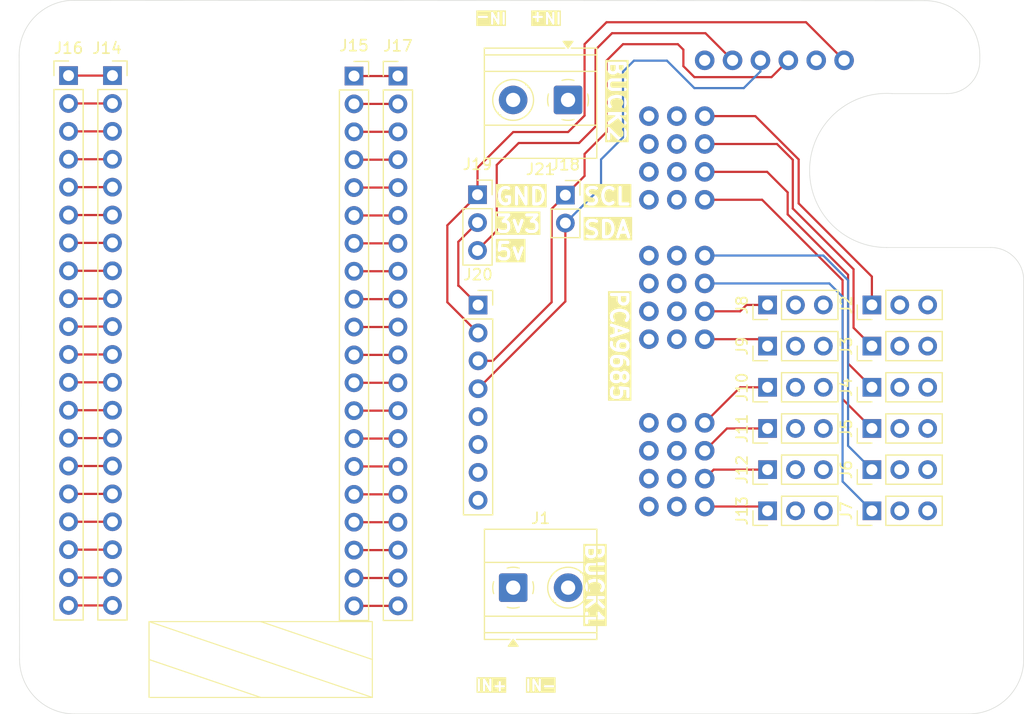
<source format=kicad_pcb>
(kicad_pcb (version 20241229) (generator "pcbnew") (generator_version "9.0")
  (layers (0 "F.Cu" signal) (4 "In1.Cu" signal) (6 "In2.Cu" signal) (2 "B.Cu" signal) (13 "F.Paste" user) (15 "B.Paste" user) (5 "F.SilkS" user "F.Silkscreen") (7 "B.SilkS" user "B.Silkscreen") (1 "F.Mask" user) (3 "B.Mask" user) (25 "Edge.Cuts" user))
  (net 0 "")
  (net 1 "/S1-GND")
  (net 2 "/S1-PWR")
  (net 3 "/PWM-0")
  (net 4 "/PWM-1")
  (net 5 "/PWM-2")
  (net 6 "/PWM-3")
  (net 7 "/PWM-4")
  (net 8 "/PWM-5")
  (net 9 "/PWM-6")
  (net 10 "/S2-PWR")
  (net 11 "/S2-GND")
  (net 12 "/PWM-7")
  (net 13 "/PWM-8")
  (net 14 "/PWM-9")
  (net 15 "/PWM-10")
  (net 16 "/PWM-11")
  (net 17 "/ESP-32Pin")
  (net 18 "/Global SDA")
  (net 19 "/Global SCL")
  (net 20 "/ESP32-5v")
  (net 21 "/ESP32-GND")
  (net 22 "/ESP32-3v3")
  (footprint "Connector_PinHeader_2.54mm:PinHeader_1x03_P2.54mm_Vertical" (layer "F.Cu") (at 146.17 88 90)
    (property "Reference" "J9" (at 0 -2.33 90) (layer "F.SilkS"))
    (property "Value" "Conn_01x03_MountingPin")
    (pad "1" thru_hole rect (at 0 0 90) (size 1.7 1.7) (drill 1) (layers "*.Cu" "*.Mask") (net 12 "/PWM-7"))
    (pad "2" thru_hole oval (at 0 2.54 90) (size 1.7 1.7) (drill 1) (layers "*.Cu" "*.Mask") (net 10 "/S2-PWR"))
    (pad "3" thru_hole oval (at 0 5.08 90) (size 1.7 1.7) (drill 1) (layers "*.Cu" "*.Mask") (net 11 "/S2-GND"))
  )
  (footprint "Connector_PinSocket_2.54mm:PinSocket_1x20_P2.54mm_Vertical" (layer "F.Cu") (at 86.5 63.36)
    (property "Reference" "J14" (at -0.5 -2.5 0) (layer "F.SilkS"))
    (property "Value" "Conn_01x20_Socket")
    (pad "1" thru_hole rect (at 0 0) (size 1.7 1.7) (drill 1) (layers "*.Cu" "*.Mask") (net 17 "/ESP-32Pin"))
    (pad "2" thru_hole oval (at 0 2.54) (size 1.7 1.7) (drill 1) (layers "*.Cu" "*.Mask") (net 17 "/ESP-32Pin"))
    (pad "3" thru_hole oval (at 0 5.08) (size 1.7 1.7) (drill 1) (layers "*.Cu" "*.Mask") (net 17 "/ESP-32Pin"))
    (pad "4" thru_hole oval (at 0 7.62) (size 1.7 1.7) (drill 1) (layers "*.Cu" "*.Mask") (net 17 "/ESP-32Pin"))
    (pad "5" thru_hole oval (at 0 10.16) (size 1.7 1.7) (drill 1) (layers "*.Cu" "*.Mask") (net 17 "/ESP-32Pin"))
    (pad "6" thru_hole oval (at 0 12.7) (size 1.7 1.7) (drill 1) (layers "*.Cu" "*.Mask") (net 17 "/ESP-32Pin"))
    (pad "7" thru_hole oval (at 0 15.24) (size 1.7 1.7) (drill 1) (layers "*.Cu" "*.Mask") (net 17 "/ESP-32Pin"))
    (pad "8" thru_hole oval (at 0 17.78) (size 1.7 1.7) (drill 1) (layers "*.Cu" "*.Mask") (net 17 "/ESP-32Pin"))
    (pad "9" thru_hole oval (at 0 20.32) (size 1.7 1.7) (drill 1) (layers "*.Cu" "*.Mask") (net 17 "/ESP-32Pin"))
    (pad "10" thru_hole oval (at 0 22.86) (size 1.7 1.7) (drill 1) (layers "*.Cu" "*.Mask") (net 17 "/ESP-32Pin"))
    (pad "11" thru_hole oval (at 0 25.4) (size 1.7 1.7) (drill 1) (layers "*.Cu" "*.Mask") (net 17 "/ESP-32Pin"))
    (pad "12" thru_hole oval (at 0 27.94) (size 1.7 1.7) (drill 1) (layers "*.Cu" "*.Mask") (net 17 "/ESP-32Pin"))
    (pad "13" thru_hole oval (at 0 30.48) (size 1.7 1.7) (drill 1) (layers "*.Cu" "*.Mask") (net 17 "/ESP-32Pin"))
    (pad "14" thru_hole oval (at 0 33.02) (size 1.7 1.7) (drill 1) (layers "*.Cu" "*.Mask") (net 17 "/ESP-32Pin"))
    (pad "15" thru_hole oval (at 0 35.56) (size 1.7 1.7) (drill 1) (layers "*.Cu" "*.Mask") (net 17 "/ESP-32Pin"))
    (pad "16" thru_hole oval (at 0 38.1) (size 1.7 1.7) (drill 1) (layers "*.Cu" "*.Mask") (net 17 "/ESP-32Pin"))
    (pad "17" thru_hole oval (at 0 40.64) (size 1.7 1.7) (drill 1) (layers "*.Cu" "*.Mask") (net 17 "/ESP-32Pin"))
    (pad "18" thru_hole oval (at 0 43.18) (size 1.7 1.7) (drill 1) (layers "*.Cu" "*.Mask") (net 17 "/ESP-32Pin"))
    (pad "19" thru_hole oval (at 0 45.72) (size 1.7 1.7) (drill 1) (layers "*.Cu" "*.Mask") (net 17 "/ESP-32Pin"))
    (pad "20" thru_hole oval (at 0 48.26) (size 1.7 1.7) (drill 1) (layers "*.Cu" "*.Mask") (net 17 "/ESP-32Pin"))
  )
  (footprint "Connector_PinHeader_2.54mm:PinHeader_1x03_P2.54mm_Vertical" (layer "F.Cu") (at 155.67 99.25 90)
    (property "Reference" "J6" (at 0 -2.33 90) (layer "F.SilkS"))
    (property "Value" "Conn_01x03_MountingPin")
    (pad "1" thru_hole rect (at 0 0 90) (size 1.7 1.7) (drill 1) (layers "*.Cu" "*.Mask") (net 7 "/PWM-4"))
    (pad "2" thru_hole oval (at 0 2.54 90) (size 1.7 1.7) (drill 1) (layers "*.Cu" "*.Mask") (net 2 "/S1-PWR"))
    (pad "3" thru_hole oval (at 0 5.08 90) (size 1.7 1.7) (drill 1) (layers "*.Cu" "*.Mask") (net 1 "/S1-GND"))
  )
  (footprint "Connector_PinSocket_2.54mm:PinSocket_1x02_P2.54mm_Vertical" (layer "F.Cu") (at 127.75 74.25)
    (property "Reference" "J18" (at 0 -2.77 0) (layer "F.SilkS"))
    (property "Value" "Conn_01x02_Pin")
    (pad "1" thru_hole rect (at 0 0) (size 1.7 1.7) (drill 1) (layers "*.Cu" "*.Mask") (net 19 "/Global SCL"))
    (pad "2" thru_hole oval (at 0 2.54) (size 1.7 1.7) (drill 1) (layers "*.Cu" "*.Mask") (net 18 "/Global SDA"))
  )
  (footprint "TerminalBlock_Phoenix:TerminalBlock_Phoenix_MKDS-1,5-2_1x02_P5.00mm_Horizontal" (layer "F.Cu") (at 127.993453 65.5775 180)
    (property "Reference" "J21" (at 2.5 -6.32 0) (layer "F.SilkS"))
    (property "Value" "Screw_Terminal_01x02")
    (pad "1" thru_hole roundrect (at 0 0 180) (size 2.6 2.6) (drill 1.3) (layers "*.Cu" "*.Mask") (roundrect_rratio 0.096154) (net 10 "/S2-PWR"))
    (pad "2" thru_hole circle (at 5 0 180) (size 2.6 2.6) (drill 1.3) (layers "*.Cu" "*.Mask") (net 11 "/S2-GND"))
  )
  (footprint "Connector_PinHeader_2.54mm:PinHeader_1x03_P2.54mm_Vertical" (layer "F.Cu") (at 155.67 91.75 90)
    (property "Reference" "J4" (at 0 -2.33 90) (layer "F.SilkS"))
    (property "Value" "Conn_01x03_MountingPin")
    (pad "1" thru_hole rect (at 0 0 90) (size 1.7 1.7) (drill 1) (layers "*.Cu" "*.Mask") (net 5 "/PWM-2"))
    (pad "2" thru_hole oval (at 0 2.54 90) (size 1.7 1.7) (drill 1) (layers "*.Cu" "*.Mask") (net 2 "/S1-PWR"))
    (pad "3" thru_hole oval (at 0 5.08 90) (size 1.7 1.7) (drill 1) (layers "*.Cu" "*.Mask") (net 1 "/S1-GND"))
  )
  (footprint "Connector_PinHeader_2.54mm:PinHeader_1x20_P2.54mm_Vertical" (layer "F.Cu") (at 112.5 63.4)
    (property "Reference" "J17" (at 0 -2.75 0) (layer "F.SilkS"))
    (property "Value" "Conn_01x20_Pin")
    (pad "1" thru_hole rect (at 0 0) (size 1.7 1.7) (drill 1) (layers "*.Cu" "*.Mask") (net 17 "/ESP-32Pin"))
    (pad "2" thru_hole oval (at 0 2.54) (size 1.7 1.7) (drill 1) (layers "*.Cu" "*.Mask") (net 17 "/ESP-32Pin"))
    (pad "3" thru_hole oval (at 0 5.08) (size 1.7 1.7) (drill 1) (layers "*.Cu" "*.Mask") (net 17 "/ESP-32Pin"))
    (pad "4" thru_hole oval (at 0 7.62) (size 1.7 1.7) (drill 1) (layers "*.Cu" "*.Mask") (net 17 "/ESP-32Pin"))
    (pad "5" thru_hole oval (at 0 10.16) (size 1.7 1.7) (drill 1) (layers "*.Cu" "*.Mask") (net 17 "/ESP-32Pin"))
    (pad "6" thru_hole oval (at 0 12.7) (size 1.7 1.7) (drill 1) (layers "*.Cu" "*.Mask") (net 17 "/ESP-32Pin"))
    (pad "7" thru_hole oval (at 0 15.24) (size 1.7 1.7) (drill 1) (layers "*.Cu" "*.Mask") (net 17 "/ESP-32Pin"))
    (pad "8" thru_hole oval (at 0 17.78) (size 1.7 1.7) (drill 1) (layers "*.Cu" "*.Mask") (net 17 "/ESP-32Pin"))
    (pad "9" thru_hole oval (at 0 20.32) (size 1.7 1.7) (drill 1) (layers "*.Cu" "*.Mask") (net 17 "/ESP-32Pin"))
    (pad "10" thru_hole oval (at 0 22.86) (size 1.7 1.7) (drill 1) (layers "*.Cu" "*.Mask") (net 17 "/ESP-32Pin"))
    (pad "11" thru_hole oval (at 0 25.4) (size 1.7 1.7) (drill 1) (layers "*.Cu" "*.Mask") (net 17 "/ESP-32Pin"))
    (pad "12" thru_hole oval (at 0 27.94) (size 1.7 1.7) (drill 1) (layers "*.Cu" "*.Mask") (net 17 "/ESP-32Pin"))
    (pad "13" thru_hole oval (at 0 30.48) (size 1.7 1.7) (drill 1) (layers "*.Cu" "*.Mask") (net 17 "/ESP-32Pin"))
    (pad "14" thru_hole oval (at 0 33.02) (size 1.7 1.7) (drill 1) (layers "*.Cu" "*.Mask") (net 17 "/ESP-32Pin"))
    (pad "15" thru_hole oval (at 0 35.56) (size 1.7 1.7) (drill 1) (layers "*.Cu" "*.Mask") (net 17 "/ESP-32Pin"))
    (pad "16" thru_hole oval (at 0 38.1) (size 1.7 1.7) (drill 1) (layers "*.Cu" "*.Mask") (net 17 "/ESP-32Pin"))
    (pad "17" thru_hole oval (at 0 40.64) (size 1.7 1.7) (drill 1) (layers "*.Cu" "*.Mask") (net 17 "/ESP-32Pin"))
    (pad "18" thru_hole oval (at 0 43.18) (size 1.7 1.7) (drill 1) (layers "*.Cu" "*.Mask") (net 17 "/ESP-32Pin"))
    (pad "19" thru_hole oval (at 0 45.72) (size 1.7 1.7) (drill 1) (layers "*.Cu" "*.Mask") (net 17 "/ESP-32Pin"))
    (pad "20" thru_hole oval (at 0 48.26) (size 1.7 1.7) (drill 1) (layers "*.Cu" "*.Mask") (net 17 "/ESP-32Pin"))
  )
  (footprint "Connector_PinHeader_2.54mm:PinHeader_1x03_P2.54mm_Vertical" (layer "F.Cu") (at 146.17 103 90)
    (property "Reference" "J13" (at 0 -2.33 90) (layer "F.SilkS"))
    (property "Value" "Conn_01x03_MountingPin")
    (pad "1" thru_hole rect (at 0 0 90) (size 1.7 1.7) (drill 1) (layers "*.Cu" "*.Mask") (net 16 "/PWM-11"))
    (pad "2" thru_hole oval (at 0 2.54 90) (size 1.7 1.7) (drill 1) (layers "*.Cu" "*.Mask") (net 10 "/S2-PWR"))
    (pad "3" thru_hole oval (at 0 5.08 90) (size 1.7 1.7) (drill 1) (layers "*.Cu" "*.Mask") (net 11 "/S2-GND"))
  )
  (footprint "Connector_PinHeader_2.54mm:PinHeader_1x03_P2.54mm_Vertical" (layer "F.Cu") (at 155.67 88 90)
    (property "Reference" "J3" (at 0 -2.33 90) (layer "F.SilkS"))
    (property "Value" "Conn_01x03_MountingPin")
    (pad "1" thru_hole rect (at 0 0 90) (size 1.7 1.7) (drill 1) (layers "*.Cu" "*.Mask") (net 4 "/PWM-1"))
    (pad "2" thru_hole oval (at 0 2.54 90) (size 1.7 1.7) (drill 1) (layers "*.Cu" "*.Mask") (net 2 "/S1-PWR"))
    (pad "3" thru_hole oval (at 0 5.08 90) (size 1.7 1.7) (drill 1) (layers "*.Cu" "*.Mask") (net 1 "/S1-GND"))
  )
  (footprint "Connector_PinSocket_2.54mm:PinSocket_1x20_P2.54mm_Vertical" (layer "F.Cu") (at 108.5 63.4)
    (property "Reference" "J15" (at 0 -2.77 0) (layer "F.SilkS"))
    (property "Value" "Conn_01x20_Socket")
    (pad "1" thru_hole rect (at 0 0) (size 1.7 1.7) (drill 1) (layers "*.Cu" "*.Mask") (net 17 "/ESP-32Pin"))
    (pad "2" thru_hole oval (at 0 2.54) (size 1.7 1.7) (drill 1) (layers "*.Cu" "*.Mask") (net 17 "/ESP-32Pin"))
    (pad "3" thru_hole oval (at 0 5.08) (size 1.7 1.7) (drill 1) (layers "*.Cu" "*.Mask") (net 17 "/ESP-32Pin"))
    (pad "4" thru_hole oval (at 0 7.62) (size 1.7 1.7) (drill 1) (layers "*.Cu" "*.Mask") (net 17 "/ESP-32Pin"))
    (pad "5" thru_hole oval (at 0 10.16) (size 1.7 1.7) (drill 1) (layers "*.Cu" "*.Mask") (net 17 "/ESP-32Pin"))
    (pad "6" thru_hole oval (at 0 12.7) (size 1.7 1.7) (drill 1) (layers "*.Cu" "*.Mask") (net 17 "/ESP-32Pin"))
    (pad "7" thru_hole oval (at 0 15.24) (size 1.7 1.7) (drill 1) (layers "*.Cu" "*.Mask") (net 17 "/ESP-32Pin"))
    (pad "8" thru_hole oval (at 0 17.78) (size 1.7 1.7) (drill 1) (layers "*.Cu" "*.Mask") (net 17 "/ESP-32Pin"))
    (pad "9" thru_hole oval (at 0 20.32) (size 1.7 1.7) (drill 1) (layers "*.Cu" "*.Mask") (net 17 "/ESP-32Pin"))
    (pad "10" thru_hole oval (at 0 22.86) (size 1.7 1.7) (drill 1) (layers "*.Cu" "*.Mask") (net 17 "/ESP-32Pin"))
    (pad "11" thru_hole oval (at 0 25.4) (size 1.7 1.7) (drill 1) (layers "*.Cu" "*.Mask") (net 17 "/ESP-32Pin"))
    (pad "12" thru_hole oval (at 0 27.94) (size 1.7 1.7) (drill 1) (layers "*.Cu" "*.Mask") (net 17 "/ESP-32Pin"))
    (pad "13" thru_hole oval (at 0 30.48) (size 1.7 1.7) (drill 1) (layers "*.Cu" "*.Mask") (net 17 "/ESP-32Pin"))
    (pad "14" thru_hole oval (at 0 33.02) (size 1.7 1.7) (drill 1) (layers "*.Cu" "*.Mask") (net 17 "/ESP-32Pin"))
    (pad "15" thru_hole oval (at 0 35.56) (size 1.7 1.7) (drill 1) (layers "*.Cu" "*.Mask") (net 17 "/ESP-32Pin"))
    (pad "16" thru_hole oval (at 0 38.1) (size 1.7 1.7) (drill 1) (layers "*.Cu" "*.Mask") (net 17 "/ESP-32Pin"))
    (pad "17" thru_hole oval (at 0 40.64) (size 1.7 1.7) (drill 1) (layers "*.Cu" "*.Mask") (net 17 "/ESP-32Pin"))
    (pad "18" thru_hole oval (at 0 43.18) (size 1.7 1.7) (drill 1) (layers "*.Cu" "*.Mask") (net 17 "/ESP-32Pin"))
    (pad "19" thru_hole oval (at 0 45.72) (size 1.7 1.7) (drill 1) (layers "*.Cu" "*.Mask") (net 17 "/ESP-32Pin"))
    (pad "20" thru_hole oval (at 0 48.26) (size 1.7 1.7) (drill 1) (layers "*.Cu" "*.Mask") (net 17 "/ESP-32Pin"))
  )
  (footprint "Connector_PinHeader_2.54mm:PinHeader_1x03_P2.54mm_Vertical" (layer "F.Cu") (at 146.17 95.5 90)
    (property "Reference" "J11" (at 0 -2.33 90) (layer "F.SilkS"))
    (property "Value" "Conn_01x03_MountingPin")
    (pad "1" thru_hole rect (at 0 0 90) (size 1.7 1.7) (drill 1) (layers "*.Cu" "*.Mask") (net 14 "/PWM-9"))
    (pad "2" thru_hole oval (at 0 2.54 90) (size 1.7 1.7) (drill 1) (layers "*.Cu" "*.Mask") (net 10 "/S2-PWR"))
    (pad "3" thru_hole oval (at 0 5.08 90) (size 1.7 1.7) (drill 1) (layers "*.Cu" "*.Mask") (net 11 "/S2-GND"))
  )
  (footprint "TerminalBlock_Phoenix:TerminalBlock_Phoenix_MKDS-1,5-2_1x02_P5.00mm_Horizontal" (layer "F.Cu") (at 123 110)
    (property "Reference" "J1" (at 2.5 -6.32 0) (layer "F.SilkS"))
    (property "Value" "Screw_Terminal_01x02")
    (pad "1" thru_hole roundrect (at 0 0) (size 2.6 2.6) (drill 1.3) (layers "*.Cu" "*.Mask") (roundrect_rratio 0.096154) (net 2 "/S1-PWR"))
    (pad "2" thru_hole circle (at 5 0) (size 2.6 2.6) (drill 1.3) (layers "*.Cu" "*.Mask") (net 1 "/S1-GND"))
  )
  (footprint "Connector_PinHeader_2.54mm:PinHeader_1x20_P2.54mm_Vertical" (layer "F.Cu") (at 82.5 63.36)
    (property "Reference" "J16" (at 0 -2.5 0) (layer "F.SilkS"))
    (property "Value" "Conn_01x20_Pin")
    (pad "1" thru_hole rect (at 0 0) (size 1.7 1.7) (drill 1) (layers "*.Cu" "*.Mask") (net 17 "/ESP-32Pin"))
    (pad "2" thru_hole oval (at 0 2.54) (size 1.7 1.7) (drill 1) (layers "*.Cu" "*.Mask") (net 17 "/ESP-32Pin"))
    (pad "3" thru_hole oval (at 0 5.08) (size 1.7 1.7) (drill 1) (layers "*.Cu" "*.Mask") (net 17 "/ESP-32Pin"))
    (pad "4" thru_hole oval (at 0 7.62) (size 1.7 1.7) (drill 1) (layers "*.Cu" "*.Mask") (net 17 "/ESP-32Pin"))
    (pad "5" thru_hole oval (at 0 10.16) (size 1.7 1.7) (drill 1) (layers "*.Cu" "*.Mask") (net 17 "/ESP-32Pin"))
    (pad "6" thru_hole oval (at 0 12.7) (size 1.7 1.7) (drill 1) (layers "*.Cu" "*.Mask") (net 17 "/ESP-32Pin"))
    (pad "7" thru_hole oval (at 0 15.24) (size 1.7 1.7) (drill 1) (layers "*.Cu" "*.Mask") (net 17 "/ESP-32Pin"))
    (pad "8" thru_hole oval (at 0 17.78) (size 1.7 1.7) (drill 1) (layers "*.Cu" "*.Mask") (net 17 "/ESP-32Pin"))
    (pad "9" thru_hole oval (at 0 20.32) (size 1.7 1.7) (drill 1) (layers "*.Cu" "*.Mask") (net 17 "/ESP-32Pin"))
    (pad "10" thru_hole oval (at 0 22.86) (size 1.7 1.7) (drill 1) (layers "*.Cu" "*.Mask") (net 17 "/ESP-32Pin"))
    (pad "11" thru_hole oval (at 0 25.4) (size 1.7 1.7) (drill 1) (layers "*.Cu" "*.Mask") (net 17 "/ESP-32Pin"))
    (pad "12" thru_hole oval (at 0 27.94) (size 1.7 1.7) (drill 1) (layers "*.Cu" "*.Mask") (net 17 "/ESP-32Pin"))
    (pad "13" thru_hole oval (at 0 30.48) (size 1.7 1.7) (drill 1) (layers "*.Cu" "*.Mask") (net 17 "/ESP-32Pin"))
    (pad "14" thru_hole oval (at 0 33.02) (size 1.7 1.7) (drill 1) (layers "*.Cu" "*.Mask") (net 17 "/ESP-32Pin"))
    (pad "15" thru_hole oval (at 0 35.56) (size 1.7 1.7) (drill 1) (layers "*.Cu" "*.Mask") (net 17 "/ESP-32Pin"))
    (pad "16" thru_hole oval (at 0 38.1) (size 1.7 1.7) (drill 1) (layers "*.Cu" "*.Mask") (net 17 "/ESP-32Pin"))
    (pad "17" thru_hole oval (at 0 40.64) (size 1.7 1.7) (drill 1) (layers "*.Cu" "*.Mask") (net 17 "/ESP-32Pin"))
    (pad "18" thru_hole oval (at 0 43.18) (size 1.7 1.7) (drill 1) (layers "*.Cu" "*.Mask") (net 17 "/ESP-32Pin"))
    (pad "19" thru_hole oval (at 0 45.72) (size 1.7 1.7) (drill 1) (layers "*.Cu" "*.Mask") (net 17 "/ESP-32Pin"))
    (pad "20" thru_hole oval (at 0 48.26) (size 1.7 1.7) (drill 1) (layers "*.Cu" "*.Mask") (net 17 "/ESP-32Pin"))
  )
  (footprint "Connector_PinHeader_2.54mm:PinHeader_1x03_P2.54mm_Vertical" (layer "F.Cu") (at 146.17 84.25 90)
    (property "Reference" "J8" (at 0 -2.33 90) (layer "F.SilkS"))
    (property "Value" "Conn_01x03_MountingPin")
    (pad "1" thru_hole rect (at 0 0 90) (size 1.7 1.7) (drill 1) (layers "*.Cu" "*.Mask") (net 9 "/PWM-6"))
    (pad "2" thru_hole oval (at 0 2.54 90) (size 1.7 1.7) (drill 1) (layers "*.Cu" "*.Mask") (net 10 "/S2-PWR"))
    (pad "3" thru_hole oval (at 0 5.08 90) (size 1.7 1.7) (drill 1) (layers "*.Cu" "*.Mask") (net 11 "/S2-GND"))
  )
  (footprint "Connector_PinHeader_2.54mm:PinHeader_1x03_P2.54mm_Vertical" (layer "F.Cu") (at 155.67 95.5 90)
    (property "Reference" "J5" (at 0 -2.33 90) (layer "F.SilkS"))
    (property "Value" "Conn_01x03_MountingPin")
    (pad "1" thru_hole rect (at 0 0 90) (size 1.7 1.7) (drill 1) (layers "*.Cu" "*.Mask") (net 6 "/PWM-3"))
    (pad "2" thru_hole oval (at 0 2.54 90) (size 1.7 1.7) (drill 1) (layers "*.Cu" "*.Mask") (net 2 "/S1-PWR"))
    (pad "3" thru_hole oval (at 0 5.08 90) (size 1.7 1.7) (drill 1) (layers "*.Cu" "*.Mask") (net 1 "/S1-GND"))
  )
  (footprint "Connector_PinHeader_2.54mm:PinHeader_1x03_P2.54mm_Vertical" (layer "F.Cu") (at 146.17 91.75 90)
    (property "Reference" "J10" (at 0 -2.33 90) (layer "F.SilkS"))
    (property "Value" "Conn_01x03_MountingPin")
    (pad "1" thru_hole rect (at 0 0 90) (size 1.7 1.7) (drill 1) (layers "*.Cu" "*.Mask") (net 13 "/PWM-8"))
    (pad "2" thru_hole oval (at 0 2.54 90) (size 1.7 1.7) (drill 1) (layers "*.Cu" "*.Mask") (net 10 "/S2-PWR"))
    (pad "3" thru_hole oval (at 0 5.08 90) (size 1.7 1.7) (drill 1) (layers "*.Cu" "*.Mask") (net 11 "/S2-GND"))
  )
  (footprint "Connector_PinSocket_2.54mm:PinSocket_1x08_P2.54mm_Vertical" (layer "F.Cu") (at 119.8 84.26)
    (property "Reference" "J20" (at 0 -2.77 0) (layer "F.SilkS"))
    (property "Value" "Conn_01x08_Pin")
    (pad "1" thru_hole rect (at 0 0) (size 1.7 1.7) (drill 1) (layers "*.Cu" "*.Mask") (net 22 "/ESP32-3v3"))
    (pad "2" thru_hole oval (at 0 2.54) (size 1.7 1.7) (drill 1) (layers "*.Cu" "*.Mask") (net 21 "/ESP32-GND"))
    (pad "3" thru_hole oval (at 0 5.08) (size 1.7 1.7) (drill 1) (layers "*.Cu" "*.Mask") (net 19 "/Global SCL"))
    (pad "4" thru_hole oval (at 0 7.62) (size 1.7 1.7) (drill 1) (layers "*.Cu" "*.Mask") (net 18 "/Global SDA"))
    (pad "5" thru_hole oval (at 0 10.16) (size 1.7 1.7) (drill 1) (layers "*.Cu" "*.Mask"))
    (pad "6" thru_hole oval (at 0 12.7) (size 1.7 1.7) (drill 1) (layers "*.Cu" "*.Mask"))
    (pad "7" thru_hole oval (at 0 15.24) (size 1.7 1.7) (drill 1) (layers "*.Cu" "*.Mask"))
    (pad "8" thru_hole oval (at 0 17.78) (size 1.7 1.7) (drill 1) (layers "*.Cu" "*.Mask"))
  )
  (footprint "Connector_PinHeader_2.54mm:PinHeader_1x03_P2.54mm_Vertical" (layer "F.Cu") (at 146.17 99.25 90)
    (property "Reference" "J12" (at 0 -2.33 90) (layer "F.SilkS"))
    (property "Value" "Conn_01x03_MountingPin")
    (pad "1" thru_hole rect (at 0 0 90) (size 1.7 1.7) (drill 1) (layers "*.Cu" "*.Mask") (net 15 "/PWM-10"))
    (pad "2" thru_hole oval (at 0 2.54 90) (size 1.7 1.7) (drill 1) (layers "*.Cu" "*.Mask") (net 10 "/S2-PWR"))
    (pad "3" thru_hole oval (at 0 5.08 90) (size 1.7 1.7) (drill 1) (layers "*.Cu" "*.Mask") (net 11 "/S2-GND"))
  )
  (footprint "Connector_PinSocket_2.54mm:PinSocket_1x03_P2.54mm_Vertical" (layer "F.Cu") (at 119.75 74.21)
    (property "Reference" "J19" (at 0 -2.77 0) (layer "F.SilkS"))
    (property "Value" "Conn_01x03_Pin")
    (pad "1" thru_hole rect (at 0 0) (size 1.7 1.7) (drill 1) (layers "*.Cu" "*.Mask") (net 21 "/ESP32-GND"))
    (pad "2" thru_hole oval (at 0 2.54) (size 1.7 1.7) (drill 1) (layers "*.Cu" "*.Mask") (net 22 "/ESP32-3v3"))
    (pad "3" thru_hole oval (at 0 5.08) (size 1.7 1.7) (drill 1) (layers "*.Cu" "*.Mask") (net 20 "/ESP32-5v"))
  )
  (footprint "Connector_PinHeader_2.54mm:PinHeader_1x03_P2.54mm_Vertical" (layer "F.Cu") (at 155.67 103 90)
    (property "Reference" "J7" (at 0 -2.33 90) (layer "F.SilkS"))
    (property "Value" "Conn_01x03_MountingPin")
    (pad "1" thru_hole rect (at 0 0 90) (size 1.7 1.7) (drill 1) (layers "*.Cu" "*.Mask") (net 8 "/PWM-5"))
    (pad "2" thru_hole oval (at 0 2.54 90) (size 1.7 1.7) (drill 1) (layers "*.Cu" "*.Mask") (net 2 "/S1-PWR"))
    (pad "3" thru_hole oval (at 0 5.08 90) (size 1.7 1.7) (drill 1) (layers "*.Cu" "*.Mask") (net 1 "/S1-GND"))
  )
  (footprint "spotmicro:MODULE_815" (layer "F.Cu") (at 146.663 91.18 -90)
    (property "Reference" "U2" (hide yes))
    (property "Value" "PCA9685" (hide yes))
    (pad "0" thru_hole circle (at -24.13 6.223 270) (size 1.778 1.778) (drill 1) (layers "*.Cu" "*.Mask") (net 3 "/PWM-0"))
    (pad "1" thru_hole circle (at -21.59 6.223 270) (size 1.778 1.778) (drill 1) (layers "*.Cu" "*.Mask") (net 4 "/PWM-1"))
    (pad "2" thru_hole circle (at -19.05 6.223 270) (size 1.778 1.778) (drill 1) (layers "*.Cu" "*.Mask") (net 5 "/PWM-2"))
    (pad "3" thru_hole circle (at -16.51 6.223 270) (size 1.778 1.778) (drill 1) (layers "*.Cu" "*.Mask") (net 6 "/PWM-3"))
    (pad "4" thru_hole circle (at -11.43 6.223 270) (size 1.778 1.778) (drill 1) (layers "*.Cu" "*.Mask") (net 7 "/PWM-4"))
    (pad "5" thru_hole circle (at -8.89 6.223 270) (size 1.778 1.778) (drill 1) (layers "*.Cu" "*.Mask") (net 8 "/PWM-5"))
    (pad "6" thru_hole circle (at -6.35 6.223 270) (size 1.778 1.778) (drill 1) (layers "*.Cu" "*.Mask") (net 9 "/PWM-6"))
    (pad "7" thru_hole circle (at -3.81 6.223 270) (size 1.778 1.778) (drill 1) (layers "*.Cu" "*.Mask") (net 12 "/PWM-7"))
    (pad "8" thru_hole circle (at 3.81 6.223 270) (size 1.778 1.778) (drill 1) (layers "*.Cu" "*.Mask") (net 13 "/PWM-8"))
    (pad "9" thru_hole circle (at 6.35 6.223 270) (size 1.778 1.778) (drill 1) (layers "*.Cu" "*.Mask") (net 14 "/PWM-9"))
    (pad "10" thru_hole circle (at 8.89 6.223 270) (size 1.778 1.778) (drill 1) (layers "*.Cu" "*.Mask") (net 15 "/PWM-10"))
    (pad "11" thru_hole circle (at 11.43 6.223 270) (size 1.778 1.778) (drill 1) (layers "*.Cu" "*.Mask") (net 16 "/PWM-11"))
    (pad "GND_1" thru_hole circle (at -29.21 -6.477 270) (size 1.778 1.778) (drill 1.016) (layers "*.Cu" "*.Mask") (net 21 "/ESP32-GND"))
    (pad "GND_3" thru_hole circle (at -24.13 11.303 270) (size 1.778 1.778) (drill 1) (layers "*.Cu" "*.Mask"))
    (pad "GND_4" thru_hole circle (at -21.59 11.303 270) (size 1.778 1.778) (drill 1) (layers "*.Cu" "*.Mask"))
    (pad "GND_5" thru_hole circle (at -19.05 11.303 270) (size 1.778 1.778) (drill 1) (layers "*.Cu" "*.Mask"))
    (pad "GND_6" thru_hole circle (at -16.51 11.303 270) (size 1.778 1.778) (drill 1) (layers "*.Cu" "*.Mask"))
    (pad "GND_7" thru_hole circle (at -11.43 11.303 270) (size 1.778 1.778) (drill 1) (layers "*.Cu" "*.Mask"))
    (pad "GND_8" thru_hole circle (at -8.89 11.303 270) (size 1.778 1.778) (drill 1) (layers "*.Cu" "*.Mask"))
    (pad "GND_9" thru_hole circle (at -6.35 11.303 270) (size 1.778 1.778) (drill 1) (layers "*.Cu" "*.Mask"))
    (pad "GND_10" thru_hole circle (at -3.81 11.303 270) (size 1.778 1.778) (drill 1) (layers "*.Cu" "*.Mask"))
    (pad "GND_11" thru_hole circle (at 3.81 11.303 270) (size 1.778 1.778) (drill 1) (layers "*.Cu" "*.Mask"))
    (pad "GND_12" thru_hole circle (at 6.35 11.303 270) (size 1.778 1.778) (drill 1) (layers "*.Cu" "*.Mask"))
    (pad "GND_13" thru_hole circle (at 8.89 11.303 270) (size 1.778 1.778) (drill 1) (layers "*.Cu" "*.Mask"))
    (pad "GND_14" thru_hole circle (at 11.43 11.303 270) (size 1.778 1.778) (drill 1) (layers "*.Cu" "*.Mask"))
    (pad "OE_1" thru_hole circle (at -29.21 -3.937 270) (size 1.778 1.778) (drill 1.016) (layers "*.Cu" "*.Mask"))
    (pad "SCL_1" thru_hole circle (at -29.21 -1.397 270) (size 1.778 1.778) (drill 1.016) (layers "*.Cu" "*.Mask") (net 19 "/Global SCL"))
    (pad "SDA_1" thru_hole circle (at -29.21 1.143 270) (size 1.778 1.778) (drill 1.016) (layers "*.Cu" "*.Mask") (net 18 "/Global SDA"))
    (pad "V+_1" thru_hole circle (at -29.21 6.223 270) (size 1.778 1.778) (drill 1.016) (layers "*.Cu" "*.Mask"))
    (pad "V+_3" thru_hole circle (at -24.13 8.763 270) (size 1.778 1.778) (drill 1) (layers "*.Cu" "*.Mask"))
    (pad "V+_4" thru_hole circle (at -21.59 8.763 270) (size 1.778 1.778) (drill 1) (layers "*.Cu" "*.Mask"))
    (pad "V+_5" thru_hole circle (at -19.05 8.763 270) (size 1.778 1.778) (drill 1) (layers "*.Cu" "*.Mask"))
    (pad "V+_6" thru_hole circle (at -16.51 8.763 270) (size 1.778 1.778) (drill 1) (layers "*.Cu" "*.Mask"))
    (pad "V+_7" thru_hole circle (at -11.43 8.763 270) (size 1.778 1.778) (drill 1) (layers "*.Cu" "*.Mask"))
    (pad "V+_8" thru_hole circle (at -8.89 8.763 270) (size 1.778 1.778) (drill 1) (layers "*.Cu" "*.Mask"))
    (pad "V+_9" thru_hole circle (at -6.35 8.763 270) (size 1.778 1.778) (drill 1) (layers "*.Cu" "*.Mask"))
    (pad "V+_10" thru_hole circle (at -3.81 8.763 270) (size 1.778 1.778) (drill 1) (layers "*.Cu" "*.Mask"))
    (pad "V+_11" thru_hole circle (at 3.81 8.763 270) (size 1.778 1.778) (drill 1) (layers "*.Cu" "*.Mask"))
    (pad "V+_12" thru_hole circle (at 6.35 8.763 270) (size 1.778 1.778) (drill 1) (layers "*.Cu" "*.Mask"))
    (pad "V+_13" thru_hole circle (at 8.89 8.763 270) (size 1.778 1.778) (drill 1) (layers "*.Cu" "*.Mask"))
    (pad "V+_14" thru_hole circle (at 11.43 8.763 270) (size 1.778 1.778) (drill 1) (layers "*.Cu" "*.Mask"))
    (pad "VCC_1" thru_hole circle (at -29.21 3.683 270) (size 1.778 1.778) (drill 1.016) (layers "*.Cu" "*.Mask") (net 20 "/ESP32-5v"))
  )
  (footprint "Connector_PinHeader_2.54mm:PinHeader_1x03_P2.54mm_Vertical" (layer "F.Cu") (at 155.67 84.25 90)
    (property "Reference" "J2" (at 0 -2.33 90) (layer "F.SilkS"))
    (property "Value" "Conn_01x03_MountingPin")
    (pad "1" thru_hole rect (at 0 0 90) (size 1.7 1.7) (drill 1) (layers "*.Cu" "*.Mask") (net 3 "/PWM-0"))
    (pad "2" thru_hole oval (at 0 2.54 90) (size 1.7 1.7) (drill 1) (layers "*.Cu" "*.Mask") (net 2 "/S1-PWR"))
    (pad "3" thru_hole oval (at 0 5.08 90) (size 1.7 1.7) (drill 1) (layers "*.Cu" "*.Mask") (net 1 "/S1-GND"))
  )
  (gr_line (start 89.83 113.09) (end 110.17 120) (stroke (width 0.1)) (layer "F.SilkS"))
  (gr_line (start 100 113.09) (end 110.17 116.545) (stroke (width 0.1)) (layer "F.SilkS"))
  (gr_line (start 89.83 116.545) (end 100 120) (stroke (width 0.1)) (layer "F.SilkS"))
  (gr_rect (start 89.83 113.09) (end 110.17 120) (stroke (width 0.1)) (fill no) (layer "F.SilkS"))
  (gr_arc (start 83.035534 121.5) (mid 79.5 120.035534) (end 78.035534 116.5) (stroke (width 0.05)) (layer "Edge.Cuts"))
  (gr_line (start 157.013374 79.017993) (end 166.5 79.017831) (stroke (width 0.05)) (layer "Edge.Cuts"))
  (gr_line (start 165.499995 61.535534) (end 165.5 62) (stroke (width 0.05)) (layer "Edge.Cuts"))
  (gr_arc (start 157.013374 79.017993) (mid 150 71.75) (end 157.513374 65.000159) (stroke (width 0.05)) (layer "Edge.Cuts"))
  (gr_line (start 83.035534 121.5) (end 164.5 121.5) (stroke (width 0.05)) (layer "Edge.Cuts"))
  (gr_line (start 157.513374 65.000162) (end 162.5 65) (stroke (width 0.05)) (layer "Edge.Cuts"))
  (gr_line (start 169.5 82.017831) (end 169.5 116.5) (stroke (width 0.05)) (layer "Edge.Cuts"))
  (gr_arc (start 165.5 62) (mid 164.62132 64.12132) (end 162.5 65) (stroke (width 0.05)) (layer "Edge.Cuts"))
  (gr_line (start 78 61.5) (end 78.035534 116.5) (stroke (width 0.05)) (layer "Edge.Cuts"))
  (gr_arc (start 78 61.5) (mid 79.464466 57.964466) (end 83 56.5) (stroke (width 0.05)) (layer "Edge.Cuts"))
  (gr_line (start 160.499995 56.535534) (end 83 56.5) (stroke (width 0.05)) (layer "Edge.Cuts"))
  (gr_arc (start 160.499995 56.535534) (mid 164.035529 58) (end 165.499995 61.535534) (stroke (width 0.05)) (layer "Edge.Cuts"))
  (gr_arc (start 166.5 79.017831) (mid 168.62132 79.896511) (end 169.5 82.017831) (stroke (width 0.05)) (layer "Edge.Cuts"))
  (gr_arc (start 169.5 116.5) (mid 168.035534 120.035534) (end 164.5 121.5) (stroke (width 0.05)) (layer "Edge.Cuts"))
  (gr_text "SDA" (at 129.25 78.25 0) (layer "F.SilkS" knockout) (effects (font (size 1.5 1.5) (thickness 0.3) (bold yes)) (justify left bottom)))
  (gr_text "PCA9685" (at 131.75 82.75 270) (layer "F.SilkS" knockout) (effects (font (size 1.5 1.5) (thickness 0.3) (bold yes)) (justify left bottom)))
  (gr_text "IN+" (at 119.5 119.5 0) (layer "F.SilkS" knockout) (effects (font (size 1 1) (thickness 0.2) (bold yes)) (justify left bottom)))
  (gr_text "GND" (at 121.25 75.25 0) (layer "F.SilkS" knockout) (effects (font (size 1.5 1.5) (thickness 0.3) (bold yes)) (justify left bottom)))
  (gr_text "SCL" (at 129.25 75.25 0) (layer "F.SilkS" knockout) (effects (font (size 1.5 1.5) (thickness 0.3) (bold yes)) (justify left bottom)))
  (gr_text "IN-" (at 124 119.5 0) (layer "F.SilkS" knockout) (effects (font (size 1 1) (thickness 0.2) (bold yes)) (justify left bottom)))
  (gr_text "BUCK2" (at 131.493453 61.7 270) (layer "F.SilkS" knockout) (effects (font (size 1.5 1.5) (thickness 0.3) (bold yes)) (justify left bottom)))
  (gr_text "IN+" (at 127.5 57.5 180) (layer "F.SilkS" knockout) (effects (font (size 1 1) (thickness 0.2) (bold yes)) (justify left bottom)))
  (gr_text "5v" (at 121.25 80.25 0) (layer "F.SilkS" knockout) (effects (font (size 1.5 1.5) (thickness 0.3) (bold yes)) (justify left bottom)))
  (gr_text "3v3" (at 121.25 77.75 0) (layer "F.SilkS" knockout) (effects (font (size 1.5 1.5) (thickness 0.3) (bold yes)) (justify left bottom)))
  (gr_text "BUCK1" (at 129.5 105.7775 270) (layer "F.SilkS" knockout) (effects (font (size 1.5 1.5) (thickness 0.3) (bold yes)) (justify left bottom)))
  (gr_text "IN-" (at 122.5 57.5 180) (layer "F.SilkS" knockout) (effects (font (size 1 1) (thickness 0.2) (bold yes)) (justify left bottom)))
  (segment (start 149 71) (end 149 75) (width 0.2) (layer "F.Cu") (net 3))
  (segment (start 145.05 67.05) (end 149 71) (width 0.2) (layer "F.Cu") (net 3))
  (segment (start 149 75) (end 155.67 81.67) (width 0.2) (layer "F.Cu") (net 3))
  (segment (start 140.44 67.05) (end 145.05 67.05) (width 0.2) (layer "F.Cu") (net 3))
  (segment (start 155.67 81.67) (end 155.67 84.25) (width 0.2) (layer "F.Cu") (net 3))
  (segment (start 148.467157 71.032843) (end 148.467157 75.467157) (width 0.2) (layer "F.Cu") (net 4))
  (segment (start 148.467157 75.467157) (end 154 81) (width 0.2) (layer "F.Cu") (net 4))
  (segment (start 154 86.33) (end 155.67 88) (width 0.2) (layer "F.Cu") (net 4))
  (segment (start 147.024314 69.59) (end 148.467157 71.032843) (width 0.2) (layer "F.Cu") (net 4))
  (segment (start 154 81) (end 154 86.33) (width 0.2) (layer "F.Cu") (net 4))
  (segment (start 140.44 69.59) (end 147.024314 69.59) (width 0.2) (layer "F.Cu") (net 4))
  (segment (start 155.67 91.75) (end 153.5 89.58) (width 0.2) (layer "F.Cu") (net 5))
  (segment (start 153.5 89.58) (end 153.5 81.5) (width 0.2) (layer "F.Cu") (net 5))
  (segment (start 148 74) (end 146.13 72.13) (width 0.2) (layer "F.Cu") (net 5))
  (segment (start 146.13 72.13) (end 140.44 72.13) (width 0.2) (layer "F.Cu") (net 5))
  (segment (start 148 76) (end 148 74) (width 0.2) (layer "F.Cu") (net 5))
  (segment (start 153.5 81.5) (end 148 76) (width 0.2) (layer "F.Cu") (net 5))
  (segment (start 153 92.83) (end 155.67 95.5) (width 0.2) (layer "F.Cu") (net 6))
  (segment (start 145.67 74.67) (end 153 82) (width 0.2) (layer "F.Cu") (net 6))
  (segment (start 140.44 74.67) (end 145.67 74.67) (width 0.2) (layer "F.Cu") (net 6))
  (segment (start 153 82) (end 153 92.83) (width 0.2) (layer "F.Cu") (net 6))
  (segment (start 140.44 79.75) (end 151.25 79.75) (width 0.2) (layer "B.Cu") (net 7))
  (segment (start 151.25 79.75) (end 153.5 82) (width 0.2) (layer "B.Cu") (net 7))
  (segment (start 153.5 82) (end 153.5 97.08) (width 0.2) (layer "B.Cu") (net 7))
  (segment (start 153.5 97.08) (end 155.67 99.25) (width 0.2) (layer "B.Cu") (net 7))
  (segment (start 153 83.5) (end 153 100.33) (width 0.2) (layer "B.Cu") (net 8))
  (segment (start 151.79 82.29) (end 153 83.5) (width 0.2) (layer "B.Cu") (net 8))
  (segment (start 153 100.33) (end 155.67 103) (width 0.2) (layer "B.Cu") (net 8))
  (segment (start 140.44 82.29) (end 151.79 82.29) (width 0.2) (layer "B.Cu") (net 8))
  (segment (start 143.67 84.83) (end 144.25 84.25) (width 0.2) (layer "F.Cu") (net 9))
  (segment (start 140.44 84.83) (end 143.67 84.83) (width 0.2) (layer "F.Cu") (net 9))
  (segment (start 144.25 84.25) (end 146.17 84.25) (width 0.2) (layer "F.Cu") (net 9))
  (segment (start 145.54 87.37) (end 146.17 88) (width 0.2) (layer "F.Cu") (net 12))
  (segment (start 140.44 87.37) (end 145.54 87.37) (width 0.2) (layer "F.Cu") (net 12))
  (segment (start 143.68 91.75) (end 146.17 91.75) (width 0.2) (layer "F.Cu") (net 13))
  (segment (start 140.44 94.99) (end 143.68 91.75) (width 0.2) (layer "F.Cu") (net 13))
  (segment (start 142.47 95.5) (end 146.17 95.5) (width 0.2) (layer "F.Cu") (net 14))
  (segment (start 140.44 97.53) (end 142.47 95.5) (width 0.2) (layer "F.Cu") (net 14))
  (segment (start 140.44 100.07) (end 141.26 99.25) (width 0.2) (layer "F.Cu") (net 15))
  (segment (start 141.26 99.25) (end 146.17 99.25) (width 0.2) (layer "F.Cu") (net 15))
  (segment (start 145.78 102.61) (end 146.17 103) (width 0.2) (layer "F.Cu") (net 16))
  (segment (start 140.44 102.61) (end 145.78 102.61) (width 0.2) (layer "F.Cu") (net 16))
  (segment (start 86.5 88.76) (end 82.5 88.76) (width 0.2) (layer "F.Cu") (net 17))
  (segment (start 112.5 68.48) (end 108.5 68.48) (width 0.2) (layer "F.Cu") (net 17))
  (segment (start 86.5 98.92) (end 82.5 98.92) (width 0.2) (layer "F.Cu") (net 17))
  (segment (start 108.5 83.72) (end 112.5 83.72) (width 0.2) (layer "F.Cu") (net 17))
  (segment (start 82.5 73.52) (end 86.5 73.52) (width 0.2) (layer "F.Cu") (net 17))
  (segment (start 112.5 101.5) (end 108.5 101.5) (width 0.2) (layer "F.Cu") (net 17))
  (segment (start 112.5 96.42) (end 108.5 96.42) (width 0.2) (layer "F.Cu") (net 17))
  (segment (start 112.5 76.1) (end 108.5 76.1) (width 0.2) (layer "F.Cu") (net 17))
  (segment (start 86.5 65.9) (end 82.5 65.9) (width 0.2) (layer "F.Cu") (net 17))
  (segment (start 82.5 93.84) (end 86.5 93.84) (width 0.2) (layer "F.Cu") (net 17))
  (segment (start 108.5 98.96) (end 112.5 98.96) (width 0.2) (layer "F.Cu") (net 17))
  (segment (start 82.5 101.46) (end 86.5 101.46) (width 0.2) (layer "F.Cu") (net 17))
  (segment (start 112.5 81.18) (end 108.5 81.18) (width 0.2) (layer "F.Cu") (net 17))
  (segment (start 108.5 71.02) (end 112.5 71.02) (width 0.2) (layer "F.Cu") (net 17))
  (segment (start 112.5 104.04) (end 108.5 104.04) (width 0.2) (layer "F.Cu") (net 17))
  (segment (start 112.5 86.26) (end 108.5 86.26) (width 0.2) (layer "F.Cu") (net 17))
  (segment (start 112.5 106.58) (end 108.5 106.58) (width 0.2) (layer "F.Cu") (net 17))
  (segment (start 108.5 93.88) (end 112.5 93.88) (width 0.2) (layer "F.Cu") (net 17))
  (segment (start 86.5 106.54) (end 82.5 106.54) (width 0.2) (layer "F.Cu") (net 17))
  (segment (start 108.5 88.8) (end 112.5 88.8) (width 0.2) (layer "F.Cu") (net 17))
  (segment (start 112.5 91.34) (end 108.5 91.34) (width 0.2) (layer "F.Cu") (net 17))
  (segment (start 112.5 111.66) (end 108.5 111.66) (width 0.2) (layer "F.Cu") (net 17))
  (segment (start 86.5 111.62) (end 82.5 111.62) (width 0.2) (layer "F.Cu") (net 17))
  (segment (start 86.5 91.3) (end 82.5 91.3) (width 0.2) (layer "F.Cu") (net 17))
  (segment (start 108.5 73.56) (end 112.5 73.56) (width 0.2) (layer "F.Cu") (net 17))
  (segment (start 86.5 76.06) (end 82.5 76.06) (width 0.2) (layer "F.Cu") (net 17))
  (segment (start 108.5 109.12) (end 112.5 109.12) (width 0.2) (layer "F.Cu") (net 17))
  (segment (start 82.5 78.6) (end 86.5 78.6) (width 0.2) (layer "F.Cu") (net 17))
  (segment (start 86.5 104) (end 82.5 104) (width 0.2) (layer "F.Cu") (net 17))
  (segment (start 82.5 63.36) (end 86.5 63.36) (width 0.2) (layer "F.Cu") (net 17))
  (segment (start 86.5 96.38) (end 82.5 96.38) (width 0.2) (layer "F.Cu") (net 17))
  (segment (start 108.5 78.64) (end 112.5 78.64) (width 0.2) (layer "F.Cu") (net 17))
  (segment (start 86.5 70.98) (end 82.5 70.98) (width 0.2) (layer "F.Cu") (net 17))
  (segment (start 82.5 68.44) (end 86.5 68.44) (width 0.2) (layer "F.Cu") (net 17))
  (segment (start 82.5 86.22) (end 86.5 86.22) (width 0.2) (layer "F.Cu") (net 17))
  (segment (start 82.5 109.08) (end 86.5 109.08) (width 0.2) (layer "F.Cu") (net 17))
  (segment (start 86.5 81.14) (end 82.5 81.14) (width 0.2) (layer "F.Cu") (net 17))
  (segment (start 86.5 83.68) (end 82.5 83.68) (width 0.2) (layer "F.Cu") (net 17))
  (segment (start 108.5 65.94) (end 112.5 65.94) (width 0.2) (layer "F.Cu") (net 17))
  (segment (start 108.5 63.4) (end 112.5 63.4) (width 0.2) (layer "F.Cu") (net 17))
  (segment (start 127.75 83.93) (end 119.8 91.88) (width 0.2) (layer "F.Cu") (net 18))
  (segment (start 127.75 76.79) (end 127.75 83.93) (width 0.2) (layer "F.Cu") (net 18))
  (segment (start 133 63) (end 134 62) (width 0.2) (layer "B.Cu") (net 18))
  (segment (start 144 64.5) (end 145.52 62.98) (width 0.2) (layer "B.Cu") (net 18))
  (segment (start 127.75 76.79) (end 131 73.54) (width 0.2) (layer "B.Cu") (net 18))
  (segment (start 137 62) (end 139.5 64.5) (width 0.2) (layer "B.Cu") (net 18))
  (segment (start 145.52 62.98) (end 145.52 61.97) (width 0.2) (layer "B.Cu") (net 18))
  (segment (start 131 71) (end 133 69) (width 0.2) (layer "B.Cu") (net 18))
  (segment (start 139.5 64.5) (end 144 64.5) (width 0.2) (layer "B.Cu") (net 18))
  (segment (start 133 69) (end 133 63) (width 0.2) (layer "B.Cu") (net 18))
  (segment (start 134 62) (end 137 62) (width 0.2) (layer "B.Cu") (net 18))
  (segment (start 131 73.54) (end 131 71) (width 0.2) (layer "B.Cu") (net 18))
  (segment (start 129.5 70.5) (end 131.5 68.5) (width 0.2) (layer "F.Cu") (net 19))
  (segment (start 129.5 72.5) (end 129.5 70.5) (width 0.2) (layer "F.Cu") (net 19))
  (segment (start 146.53 63.5) (end 148.06 61.97) (width 0.2) (layer "F.Cu") (net 19))
  (segment (start 133 60.5) (end 138 60.5) (width 0.2) (layer "F.Cu") (net 19))
  (segment (start 139.5 63.5) (end 146.53 63.5) (width 0.2) (layer "F.Cu") (net 19))
  (segment (start 138.5 61) (end 138.5 62.5) (width 0.2) (layer "F.Cu") (net 19))
  (segment (start 131.5 62) (end 133 60.5) (width 0.2) (layer "F.Cu") (net 19))
  (segment (start 138 60.5) (end 138.5 61) (width 0.2) (layer "F.Cu") (net 19))
  (segment (start 127.75 74.25) (end 126.5 75.5) (width 0.2) (layer "F.Cu") (net 19))
  (segment (start 126.5 84) (end 121.16 89.34) (width 0.2) (layer "F.Cu") (net 19))
  (segment (start 121.16 89.34) (end 119.8 89.34) (width 0.2) (layer "F.Cu") (net 19))
  (segment (start 131.5 68.5) (end 131.5 62) (width 0.2) (layer "F.Cu") (net 19))
  (segment (start 126.5 75.5) (end 126.5 84) (width 0.2) (layer "F.Cu") (net 19))
  (segment (start 127.75 74.25) (end 129.5 72.5) (width 0.2) (layer "F.Cu") (net 19))
  (segment (start 138.5 62.5) (end 139.5 63.5) (width 0.2) (layer "F.Cu") (net 19))
  (segment (start 129 69.5) (end 130.5 68) (width 0.2) (layer "F.Cu") (net 20))
  (segment (start 130.5 68) (end 130.5 61) (width 0.2) (layer "F.Cu") (net 20))
  (segment (start 130.5 61) (end 132 59.5) (width 0.2) (layer "F.Cu") (net 20))
  (segment (start 119.75 79.25) (end 121.5 77.5) (width 0.2) (layer "F.Cu") (net 20))
  (segment (start 121.5 71.5) (end 123.5 69.5) (width 0.2) (layer "F.Cu") (net 20))
  (segment (start 119.75 79.29) (end 119.75 79.25) (width 0.2) (layer "F.Cu") (net 20))
  (segment (start 123.5 69.5) (end 129 69.5) (width 0.2) (layer "F.Cu") (net 20))
  (segment (start 140.51 59.5) (end 142.98 61.97) (width 0.2) (layer "F.Cu") (net 20))
  (segment (start 121.5 77.5) (end 121.5 71.5) (width 0.2) (layer "F.Cu") (net 20))
  (segment (start 132 59.5) (end 140.51 59.5) (width 0.2) (layer "F.Cu") (net 20))
  (segment (start 119.75 71.75) (end 123 68.5) (width 0.2) (layer "F.Cu") (net 21))
  (segment (start 123 68.5) (end 128 68.5) (width 0.2) (layer "F.Cu") (net 21))
  (segment (start 129.5 60.5) (end 131.5 58.5) (width 0.2) (layer "F.Cu") (net 21))
  (segment (start 119.75 74.21) (end 119.75 74.25) (width 0.2) (layer "F.Cu") (net 21))
  (segment (start 119.75 74.21) (end 119.75 71.75) (width 0.2) (layer "F.Cu") (net 21))
  (segment (start 149.67 58.5) (end 153.14 61.97) (width 0.2) (layer "F.Cu") (net 21))
  (segment (start 119.75 74.25) (end 117 77) (width 0.2) (layer "F.Cu") (net 21))
  (segment (start 128 68.5) (end 129.5 67) (width 0.2) (layer "F.Cu") (net 21))
  (segment (start 129.5 67) (end 129.5 60.5) (width 0.2) (layer "F.Cu") (net 21))
  (segment (start 117 77) (end 117 84) (width 0.2) (layer "F.Cu") (net 21))
  (segment (start 117 84) (end 119.8 86.8) (width 0.2) (layer "F.Cu") (net 21))
  (segment (start 131.5 58.5) (end 149.67 58.5) (width 0.2) (layer "F.Cu") (net 21))
  (segment (start 118.04 82.5) (end 119.8 84.26) (width 0.2) (layer "F.Cu") (net 22))
  (segment (start 119.75 76.75) (end 118 78.5) (width 0.2) (layer "F.Cu") (net 22))
  (segment (start 118 78.5) (end 118 82.5) (width 0.2) (layer "F.Cu") (net 22))
  (segment (start 118 82.5) (end 118.04 82.5) (width 0.2) (layer "F.Cu") (net 22))
)
</source>
